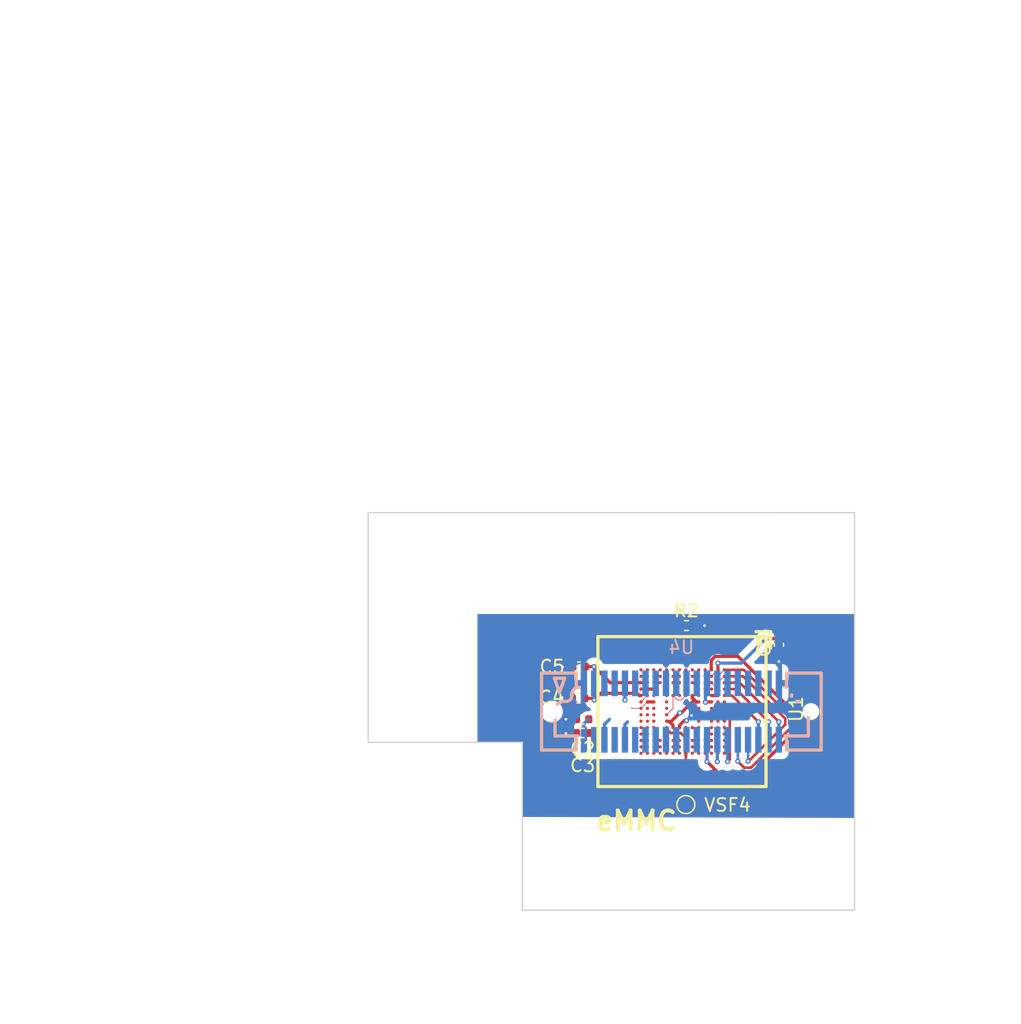
<source format=kicad_pcb>
(kicad_pcb (version 20221018) (generator pcbnew)
  (layers (0 "F.Cu" signal) (31 "B.Cu" signal) (34 "B.Paste" user) (35 "F.Paste" user) (36 "B.SilkS" user "B.Silkscreen") (37 "F.SilkS" user "F.Silkscreen") (38 "B.Mask" user) (39 "F.Mask" user) (44 "Edge.Cuts" user))
  (net 0 "")
  (net 1 "Net-(U1-DAT0)")
  (net 83 "GND")
  (net 84 "+1V8")
  (net 85 "+3.3V")
  (net 86 "Net-(U1-VDDI)")
  (net 87 "Net-(U1-RCLK)")
  (net 88 "Net-(U1-DAT1)")
  (net 89 "Net-(U1-DAT2)")
  (net 90 "Net-(U1-DAT3)")
  (net 91 "Net-(U1-DAT4)")
  (net 92 "Net-(U1-DAT5)")
  (net 93 "Net-(U1-DAT6)")
  (net 94 "Net-(U1-DAT7)")
  (net 97 "Net-(U1-VSF4)")
  (net 121 "unconnected-(U1-NC-PadC7)")
  (net 131 "Net-(U1-RESET)")
  (net 132 "Net-(U1-CMD)")
  (net 133 "Net-(U1-CLK)")
  (footprint "Capacitor_SMD:C_0402_1005Metric" (layer "F.Cu") (at 131.2 101.17 180)
    (fp_text reference "C3" (at 0 -2.53) (layer "F.SilkS"))
    (fp_text value "1uF")
    (fp_line (start -0.107836 -0.36) (end 0.107836 -0.36) (stroke (width 0.12)) (layer "F.SilkS"))
    (fp_line (start -0.107836 0.36) (end 0.107836 0.36) (stroke (width 0.12)) (layer "F.SilkS"))
    (pad "1" smd roundrect (at -0.48 0 180) (size 0.56 0.62) (layers "F.Cu" "F.Paste" "F.Mask") (net 85 "+3.3V"))
    (pad "2" smd roundrect (at 0.48 0 180) (size 0.56 0.62) (layers "F.Cu" "F.Paste" "F.Mask") (net 83 "GND"))
  )
  (footprint "Resistor_SMD:R_0402_1005Metric" (layer "F.Cu") (at 139.3 92.8)
    (fp_text reference "R2" (at 0 -1.17) (layer "F.SilkS"))
    (fp_text value "10KOhm")
    (fp_line (start -0.153641 -0.38) (end 0.153641 -0.38) (stroke (width 0.12)) (layer "F.SilkS"))
    (fp_line (start -0.153641 0.38) (end 0.153641 0.38) (stroke (width 0.12)) (layer "F.SilkS"))
    (pad "1" smd roundrect (at -0.51 0) (size 0.54 0.64) (layers "F.Cu" "F.Paste" "F.Mask") (net 87 "Net-(U1-RCLK)"))
    (pad "2" smd roundrect (at 0.51 0) (size 0.54 0.64) (layers "F.Cu" "F.Paste" "F.Mask") (net 83 "GND"))
  )
  (footprint "Capacitor_SMD:C_0402_1005Metric" (layer "F.Cu") (at 130.92 96 180)
    (fp_text reference "C5" (at 2.1 0) (layer "F.SilkS"))
    (fp_text value "100nF")
    (fp_line (start -0.107836 -0.36) (end 0.107836 -0.36) (stroke (width 0.12)) (layer "F.SilkS"))
    (fp_line (start -0.107836 0.36) (end 0.107836 0.36) (stroke (width 0.12)) (layer "F.SilkS"))
    (pad "1" smd roundrect (at -0.48 0 180) (size 0.56 0.62) (layers "F.Cu" "F.Paste" "F.Mask") (net 84 "+1V8"))
    (pad "2" smd roundrect (at 0.48 0 180) (size 0.56 0.62) (layers "F.Cu" "F.Paste" "F.Mask") (net 83 "GND"))
  )
  (footprint "Capacitor_SMD:C_0402_1005Metric" (layer "F.Cu") (at 131.2 100.1 180)
    (fp_text reference "C2" (at 0 -2.3) (layer "F.SilkS"))
    (fp_text value "4.7uF")
    (fp_line (start -0.107836 -0.36) (end 0.107836 -0.36) (stroke (width 0.12)) (layer "F.SilkS"))
    (fp_line (start -0.107836 0.36) (end 0.107836 0.36) (stroke (width 0.12)) (layer "F.SilkS"))
    (pad "1" smd roundrect (at -0.48 0 180) (size 0.56 0.62) (layers "F.Cu" "F.Paste" "F.Mask") (net 85 "+3.3V"))
    (pad "2" smd roundrect (at 0.48 0 180) (size 0.56 0.62) (layers "F.Cu" "F.Paste" "F.Mask") (net 83 "GND"))
  )
  (footprint "TestPoint:TestPoint_Pad_D1.0mm" (layer "F.Cu") (at 139.25 106.75)
    (fp_text reference "VSF4" (at 3.25 0.033332) (layer "F.SilkS"))
    (fp_text value "Conn_01x01_Female")
    (fp_circle (center 0 0) (end 0 0.7) (stroke (width 0.12)) (fill none) (layer "F.SilkS"))
    (pad "1" smd circle (at 0 0) (size 1 1) (layers "F.Cu" "F.Mask") (net 97 "Net-(U1-VSF4)"))
  )
  (footprint "Capacitor_SMD:C_0402_1005Metric" (layer "F.Cu") (at 130.88 98.47 180)
    (fp_text reference "C4" (at 2.1 0.07) (layer "F.SilkS"))
    (fp_text value "4.7uF")
    (fp_line (start -0.107836 -0.36) (end 0.107836 -0.36) (stroke (width 0.12)) (layer "F.SilkS"))
    (fp_line (start -0.107836 0.36) (end 0.107836 0.36) (stroke (width 0.12)) (layer "F.SilkS"))
    (pad "1" smd roundrect (at -0.48 0 180) (size 0.56 0.62) (layers "F.Cu" "F.Paste" "F.Mask") (net 84 "+1V8"))
    (pad "2" smd roundrect (at 0.48 0 180) (size 0.56 0.62) (layers "F.Cu" "F.Paste" "F.Mask") (net 83 "GND"))
  )
  (footprint "Capacitor_SMD:C_0402_1005Metric" (layer "F.Cu") (at 146.5 94.3 90)
    (fp_text reference "C1" (at 0 -1.16 90) (layer "F.SilkS"))
    (fp_text value "1uF")
    (fp_line (start -0.107836 -0.36) (end 0.107836 -0.36) (stroke (width 0.12)) (layer "F.SilkS"))
    (fp_line (start -0.107836 0.36) (end 0.107836 0.36) (stroke (width 0.12)) (layer "F.SilkS"))
    (pad "1" smd roundrect (at -0.48 0 90) (size 0.56 0.62) (layers "F.Cu" "F.Paste" "F.Mask") (net 83 "GND"))
    (pad "2" smd roundrect (at 0.48 0 90) (size 0.56 0.62) (layers "F.Cu" "F.Paste" "F.Mask") (net 86 "Net-(U1-VDDI)"))
  )
  (footprint "MyJLCFootprints2024:FBGA-153_L13.0-W11.5-P0.50_KLMAG1JETD-B041" (layer "F.Cu") (at 139 99.5 -90)
    (fp_text reference "U1" (at -0.189929 -8.858014 -90) (layer "F.SilkS"))
    (fp_text value "SDINBDG4-8G")
    (fp_line (start -6.223012 -6.858014) (end -6.223012 -5.715011) (stroke (width 0.254)) (layer "F.SilkS"))
    (fp_line (start -5.840869 -6.500025) (end 5.842012 -6.500025) (stroke (width 0.254)) (layer "F.SilkS"))
    (fp_line (start -5.840869 6.500025) (end -5.840869 -6.500025) (stroke (width 0.254)) (layer "F.SilkS"))
    (fp_line (start -5.840869 6.605156) (end 5.843155 6.605156) (stroke (width 0.254)) (layer "F.SilkS"))
    (fp_line (start -4.95301 -6.858014) (end -6.223012 -6.858014) (stroke (width 0.254)) (layer "F.SilkS"))
    (fp_line (start 5.842012 -6.500025) (end 5.842012 -5.078867) (stroke (width 0.254)) (layer "F.SilkS"))
    (fp_line (start 5.843155 6.605156) (end 5.843155 -5.078867) (stroke (width 0.254)) (layer "F.SilkS"))
    (fp_circle (center -5.749936 -6.5) (end -5.719964 -6.5) (stroke (width 0.059995)) (fill none) (layer "F.SilkS"))
    (fp_circle (center -5.333884 -5.968885) (end -5.206883 -5.968885) (stroke (width 0.254)) (fill none) (layer "F.SilkS"))
    (pad "A1" smd circle (at -3.250064 -3.250064 270) (size 0.250013 0.250013) (layers "F.Cu" "F.Paste" "F.Mask"))
    (pad "A2" smd circle (at -2.749936 -3.250064 270) (size 0.250013 0.250013) (layers "F.Cu" "F.Paste" "F.Mask"))
    (pad "A3" smd circle (at -2.250064 -3.250064 270) (size 0.250013 0.250013) (layers "F.Cu" "F.Paste" "F.Mask") (net 1 "Net-(U1-DAT0)"))
    (pad "A4" smd circle (at -1.749936 -3.250064 270) (size 0.250013 0.250013) (layers "F.Cu" "F.Paste" "F.Mask") (net 88 "Net-(U1-DAT1)"))
    (pad "A5" smd circle (at -1.250064 -3.250064 270) (size 0.250013 0.250013) (layers "F.Cu" "F.Paste" "F.Mask") (net 89 "Net-(U1-DAT2)"))
    (pad "A6" smd circle (at -0.749936 -3.250064 270) (size 0.250013 0.250013) (layers "F.Cu" "F.Paste" "F.Mask") (net 83 "GND"))
    (pad "A7" smd circle (at -0.250064 -3.250064 270) (size 0.250013 0.250013) (layers "F.Cu" "F.Paste" "F.Mask"))
    (pad "A8" smd circle (at 0.250064 -3.250064 270) (size 0.250013 0.250013) (layers "F.Cu" "F.Paste" "F.Mask"))
    (pad "A9" smd circle (at 0.749936 -3.250064 270) (size 0.250013 0.250013) (layers "F.Cu" "F.Paste" "F.Mask"))
    (pad "A10" smd circle (at 1.250064 -3.250064 270) (size 0.250013 0.250013) (layers "F.Cu" "F.Paste" "F.Mask"))
    (pad "A11" smd circle (at 1.749936 -3.250064 270) (size 0.250013 0.250013) (layers "F.Cu" "F.Paste" "F.Mask"))
    (pad "A12" smd circle (at 2.250064 -3.250064 270) (size 0.250013 0.250013) (layers "F.Cu" "F.Paste" "F.Mask"))
    (pad "A13" smd circle (at 2.749936 -3.250064 270) (size 0.250013 0.250013) (layers "F.Cu" "F.Paste" "F.Mask"))
    (pad "A14" smd circle (at 3.250064 -3.250064 270) (size 0.250013 0.250013) (layers "F.Cu" "F.Paste" "F.Mask"))
    (pad "B1" smd circle (at -3.250064 -2.749936 270) (size 0.250013 0.250013) (layers "F.Cu" "F.Paste" "F.Mask") (net 86 "Net-(U1-VDDI)"))
    (pad "B2" smd circle (at -2.749936 -2.749936 270) (size 0.250013 0.250013) (layers "F.Cu" "F.Paste" "F.Mask") (net 90 "Net-(U1-DAT3)"))
    (pad "B3" smd circle (at -2.250064 -2.749936 270) (size 0.250013 0.250013) (layers "F.Cu" "F.Paste" "F.Mask") (net 91 "Net-(U1-DAT4)"))
    (pad "B4" smd circle (at -1.749936 -2.749936 270) (size 0.250013 0.250013) (layers "F.Cu" "F.Paste" "F.Mask") (net 92 "Net-(U1-DAT5)"))
    (pad "B5" smd circle (at -1.250064 -2.749936 270) (size 0.250013 0.250013) (layers "F.Cu" "F.Paste" "F.Mask") (net 93 "Net-(U1-DAT6)"))
    (pad "B6" smd circle (at -0.749936 -2.749936 270) (size 0.250013 0.250013) (layers "F.Cu" "F.Paste" "F.Mask") (net 94 "Net-(U1-DAT7)"))
    (pad "B7" smd circle (at -0.250064 -2.749936 270) (size 0.250013 0.250013) (layers "F.Cu" "F.Paste" "F.Mask"))
    (pad "B8" smd circle (at 0.250064 -2.749936 270) (size 0.250013 0.250013) (layers "F.Cu" "F.Paste" "F.Mask"))
    (pad "B9" smd circle (at 0.749936 -2.749936 270) (size 0.250013 0.250013) (layers "F.Cu" "F.Paste" "F.Mask"))
    (pad "B10" smd circle (at 1.250064 -2.749936 270) (size 0.250013 0.250013) (layers "F.Cu" "F.Paste" "F.Mask"))
    (pad "B11" smd circle (at 1.749936 -2.749936 270) (size 0.250013 0.250013) (layers "F.Cu" "F.Paste" "F.Mask"))
    (pad "B12" smd circle (at 2.250064 -2.749936 270) (size 0.250013 0.250013) (layers "F.Cu" "F.Paste" "F.Mask"))
    (pad "B13" smd circle (at 2.749936 -2.749936 270) (size 0.250013 0.250013) (layers "F.Cu" "F.Paste" "F.Mask"))
    (pad "B14" smd circle (at 3.250064 -2.749936 270) (size 0.250013 0.250013) (layers "F.Cu" "F.Paste" "F.Mask"))
    (pad "C1" smd circle (at -3.250064 -2.250064 270) (size 0.250013 0.250013) (layers "F.Cu" "F.Paste" "F.Mask") (net 92 "Net-(U1-DAT5)"))
    (pad "C2" smd circle (at -2.749936 -2.250064 270) (size 0.250013 0.250013) (layers "F.Cu" "F.Paste" "F.Mask") (net 86 "Net-(U1-VDDI)"))
    (pad "C3" smd circle (at -2.250064 -2.250064 270) (size 0.250013 0.250013) (layers "F.Cu" "F.Paste" "F.Mask"))
    (pad "C4" smd circle (at -1.749936 -2.250064 270) (size 0.250013 0.250013) (layers "F.Cu" "F.Paste" "F.Mask") (net 83 "GND"))
    (pad "C5" smd circle (at -1.250064 -2.250064 270) (size 0.250013 0.250013) (layers "F.Cu" "F.Paste" "F.Mask") (net 93 "Net-(U1-DAT6)"))
    (pad "C6" smd circle (at -0.749936 -2.250064 270) (size 0.250013 0.250013) (layers "F.Cu" "F.Paste" "F.Mask") (net 84 "+1V8"))
    (pad "C7" smd circle (at -0.250064 -2.250064 270) (size 0.250013 0.250013) (layers "F.Cu" "F.Paste" "F.Mask") (net 121 "unconnected-(U1-NC-PadC7)"))
    (pad "C8" smd circle (at 0.250064 -2.250064 270) (size 0.250013 0.250013) (layers "F.Cu" "F.Paste" "F.Mask"))
    (pad "C9" smd circle (at 0.749936 -2.250064 270) (size 0.250013 0.250013) (layers "F.Cu" "F.Paste" "F.Mask"))
    (pad "C10" smd circle (at 1.250064 -2.250064 270) (size 0.250013 0.250013) (layers "F.Cu" "F.Paste" "F.Mask"))
    (pad "C11" smd circle (at 1.749936 -2.250064 270) (size 0.250013 0.250013) (layers "F.Cu" "F.Paste" "F.Mask"))
    (pad "C12" smd circle (at 2.250064 -2.250064 270) (size 0.250013 0.250013) (layers "F.Cu" "F.Paste" "F.Mask"))
    (pad "C13" smd circle (at 2.749936 -2.250064 270) (size 0.250013 0.250013) (layers "F.Cu" "F.Paste" "F.Mask"))
    (pad "C14" smd circle (at 3.250064 -2.250064 270) (size 0.250013 0.250013) (layers "F.Cu" "F.Paste" "F.Mask"))
    (pad "D1" smd circle (at -3.250064 -1.749936 270) (size 0.250013 0.250013) (layers "F.Cu" "F.Paste" "F.Mask"))
    (pad "D2" smd circle (at -2.749936 -1.749936 270) (size 0.250013 0.250013) (layers "F.Cu" "F.Paste" "F.Mask"))
    (pad "D3" smd circle (at -2.250064 -1.749936 270) (size 0.250013 0.250013) (layers "F.Cu" "F.Paste" "F.Mask"))
    (pad "D4" smd circle (at -1.749936 -1.749936 270) (size 0.250013 0.250013) (layers "F.Cu" "F.Paste" "F.Mask"))
    (pad "D12" smd circle (at 2.250064 -1.749936 270) (size 0.250013 0.250013) (layers "F.Cu" "F.Paste" "F.Mask"))
    (pad "D13" smd circle (at 2.749936 -1.749936 270) (size 0.250013 0.250013) (layers "F.Cu" "F.Paste" "F.Mask"))
    (pad "D14" smd circle (at 3.250064 -1.749936 270) (size 0.250013 0.250013) (layers "F.Cu" "F.Paste" "F.Mask"))
    (pad "E1" smd circle (at -3.250064 -1.250064 270) (size 0.250013 0.250013) (layers "F.Cu" "F.Paste" "F.Mask"))
    (pad "E2" smd circle (at -2.749936 -1.250064 270) (size 0.250013 0.250013) (layers "F.Cu" "F.Paste" "F.Mask"))
    (pad "E3" smd circle (at -2.250064 -1.250064 270) (size 0.250013 0.250013) (layers "F.Cu" "F.Paste" "F.Mask"))
    (pad "E5" smd circle (at -1.250064 -1.250064 270) (size 0.250013 0.250013) (layers "F.Cu" "F.Paste" "F.Mask"))
    (pad "E6" smd circle (at -0.749936 -1.250064 270) (size 0.250013 0.250013) (layers "F.Cu" "F.Paste" "F.Mask") (net 85 "+3.3V"))
    (pad "E7" smd circle (at -0.250064 -1.250064 270) (size 0.250013 0.250013) (layers "F.Cu" "F.Paste" "F.Mask") (net 83 "GND"))
    (pad "E8" smd circle (at 0.250064 -1.250064 270) (size 0.250013 0.250013) (layers "F.Cu" "F.Paste" "F.Mask"))
    (pad "E9" smd circle (at 0.749936 -1.250064 270) (size 0.250013 0.250013) (layers "F.Cu" "F.Paste" "F.Mask"))
    (pad "E10" smd circle (at 1.250064 -1.250064 270) (size 0.250013 0.250013) (layers "F.Cu" "F.Paste" "F.Mask"))
    (pad "E12" smd circle (at 2.250064 -1.250064 270) (size 0.250013 0.250013) (layers "F.Cu" "F.Paste" "F.Mask"))
    (pad "E13" smd circle (at 2.749936 -1.250064 270) (size 0.250013 0.250013) (layers "F.Cu" "F.Paste" "F.Mask"))
    (pad "E14" smd circle (at 3.250064 -1.250064 270) (size 0.250013 0.250013) (layers "F.Cu" "F.Paste" "F.Mask"))
    (pad "F1" smd circle (at -3.250064 -0.749936 270) (size 0.250013 0.250013) (layers "F.Cu" "F.Paste" "F.Mask"))
    (pad "F2" smd circle (at -2.749936 -0.749936 270) (size 0.250013 0.250013) (layers "F.Cu" "F.Paste" "F.Mask"))
    (pad "F3" smd circle (at -2.250064 -0.749936 270) (size 0.250013 0.250013) (layers "F.Cu" "F.Paste" "F.Mask"))
    (pad "F5" smd circle (at -1.250064 -0.749936 270) (size 0.250013 0.250013) (layers "F.Cu" "F.Paste" "F.Mask") (net 85 "+3.3V"))
    (pad "F10" smd circle (at 1.250064 -0.749936 270) (size 0.250013 0.250013) (layers "F.Cu" "F.Paste" "F.Mask"))
    (pad "F12" smd circle (at 2.250064 -0.749936 270) (size 0.250013 0.250013) (layers "F.Cu" "F.Paste" "F.Mask"))
    (pad "F13" smd circle (at 2.749936 -0.749936 270) (size 0.250013 0.250013) (layers "F.Cu" "F.Paste" "F.Mask"))
    (pad "F14" smd circle (at 3.250064 -0.749936 270) (size 0.250013 0.250013) (layers "F.Cu" "F.Paste" "F.Mask"))
    (pad "G1" smd circle (at -3.250064 -0.250064 270) (size 0.250013 0.250013) (layers "F.Cu" "F.Paste" "F.Mask"))
    (pad "G2" smd circle (at -2.749936 -0.250064 270) (size 0.250013 0.250013) (layers "F.Cu" "F.Paste" "F.Mask"))
    (pad "G3" smd circle (at -2.250064 -0.250064 270) (size 0.250013 0.250013) (layers "F.Cu" "F.Paste" "F.Mask"))
    (pad "G5" smd circle (at -1.250064 -0.250064 270) (size 0.250013 0.250013) (layers "F.Cu" "F.Paste" "F.Mask") (net 83 "GND"))
    (pad "G10" smd circle (at 1.250064 -0.250064 270) (size 0.250013 0.250013) (layers "F.Cu" "F.Paste" "F.Mask"))
    (pad "G12" smd circle (at 2.250064 -0.250064 270) (size 0.250013 0.250013) (layers "F.Cu" "F.Paste" "F.Mask"))
    (pad "G13" smd circle (at 2.749936 -0.250064 270) (size 0.250013 0.250013) (layers "F.Cu" "F.Paste" "F.Mask"))
    (pad "G14" smd circle (at 3.250064 -0.250064 270) (size 0.250013 0.250013) (layers "F.Cu" "F.Paste" "F.Mask"))
    (pad "H1" smd circle (at -3.250064 0.250064 270) (size 0.250013 0.250013) (layers "F.Cu" "F.Paste" "F.Mask"))
    (pad "H2" smd circle (at -2.749936 0.250064 270) (size 0.250013 0.250013) (layers "F.Cu" "F.Paste" "F.Mask"))
    (pad "H3" smd circle (at -2.250064 0.250064 270) (size 0.250013 0.250013) (layers "F.Cu" "F.Paste" "F.Mask"))
    (pad "H5" smd circle (at -1.250064 0.250064 270) (size 0.250013 0.250013) (layers "F.Cu" "F.Paste" "F.Mask") (net 87 "Net-(U1-RCLK)"))
    (pad "H10" smd circle (at 1.250064 0.250064 270) (size 0.250013 0.250013) (layers "F.Cu" "F.Paste" "F.Mask") (net 83 "GND"))
    (pad "H12" smd circle (at 2.250064 0.250064 270) (size 0.250013 0.250013) (layers "F.Cu" "F.Paste" "F.Mask"))
    (pad "H13" smd circle (at 2.749936 0.250064 270) (size 0.250013 0.250013) (layers "F.Cu" "F.Paste" "F.Mask"))
    (pad "H14" smd circle (at 3.250064 0.250064 270) (size 0.250013 0.250013) (layers "F.Cu" "F.Paste" "F.Mask"))
    (pad "J1" smd circle (at -3.250064 0.749936 270) (size 0.250013 0.250013) (layers "F.Cu" "F.Paste" "F.Mask"))
    (pad "J2" smd circle (at -2.749936 0.749936 270) (size 0.250013 0.250013) (layers "F.Cu" "F.Paste" "F.Mask"))
    (pad "J3" smd circle (at -2.250064 0.749936 270) (size 0.250013 0.250013) (layers "F.Cu" "F.Paste" "F.Mask"))
    (pad "J5" smd circle (at -1.250064 0.749936 270) (size 0.250013 0.250013) (layers "F.Cu" "F.Paste" "F.Mask") (net 83 "GND"))
    (pad "J10" smd circle (at 1.250064 0.749936 270) (size 0.250013 0.250013) (layers "F.Cu" "F.Paste" "F.Mask") (net 85 "+3.3V"))
    (pad "J12" smd circle (at 2.250064 0.749936 270) (size 0.250013 0.250013) (layers "F.Cu" "F.Paste" "F.Mask"))
    (pad "J13" smd circle (at 2.749936 0.749936 270) (size 0.250013 0.250013) (layers "F.Cu" "F.Paste" "F.Mask"))
    (pad "J14" smd circle (at 3.250064 0.749936 270) (size 0.250013 0.250013) (layers "F.Cu" "F.Paste" "F.Mask"))
    (pad "K1" smd circle (at -3.250064 1.250064 270) (size 0.250013 0.250013) (layers "F.Cu" "F.Paste" "F.Mask"))
    (pad "K2" smd circle (at -2.749936 1.250064 270) (size 0.250013 0.250013) (layers "F.Cu" "F.Paste" "F.Mask"))
    (pad "K3" smd circle (at -2.250064 1.250064 270) (size 0.250013 0.250013) (layers "F.Cu" "F.Paste" "F.Mask"))
    (pad "K5" smd circle (at -1.250064 1.250064 270) (size 0.250013 0.250013) (layers "F.Cu" "F.Paste" "F.Mask") (net 131 "Net-(U1-RESET)"))
    (pad "K6" smd circle (at -0.749936 1.250064 270) (size 0.250013 0.250013) (layers "F.Cu" "F.Paste" "F.Mask"))
    (pad "K7" smd circle (at -0.250064 1.250064 270) (size 0.250013 0.250013) (layers "F.Cu" "F.Paste" "F.Mask"))
    (pad "K8" smd circle (at 0.250064 1.250064 270) (size 0.250013 0.250013) (layers "F.Cu" "F.Paste" "F.Mask") (net 83 "GND"))
    (pad "K9" smd circle (at 0.749936 1.250064 270) (size 0.250013 0.250013) (layers "F.Cu" "F.Paste" "F.Mask") (net 85 "+3.3V"))
    (pad "K10" smd circle (at 1.250064 1.250064 270) (size 0.250013 0.250013) (layers "F.Cu" "F.Paste" "F.Mask") (net 97 "Net-(U1-VSF4)"))
    (pad "K12" smd circle (at 2.250064 1.250064 270) (size 0.250013 0.250013) (layers "F.Cu" "F.Paste" "F.Mask"))
    (pad "K13" smd circle (at 2.749936 1.250064 270) (size 0.250013 0.250013) (layers "F.Cu" "F.Paste" "F.Mask"))
    (pad "K14" smd circle (at 3.250064 1.250064 270) (size 0.250013 0.250013) (layers "F.Cu" "F.Paste" "F.Mask"))
    (pad "L1" smd circle (at -3.250064 1.749936 270) (size 0.250013 0.250013) (layers "F.Cu" "F.Paste" "F.Mask"))
    (pad "L2" smd circle (at -2.749936 1.749936 270) (size 0.250013 0.250013) (layers "F.Cu" "F.Paste" "F.Mask"))
    (pad "L3" smd circle (at -2.250064 1.749936 270) (size 0.250013 0.250013) (layers "F.Cu" "F.Paste" "F.Mask"))
    (pad "L12" smd circle (at 2.250064 1.749936 270) (size 0.250013 0.250013) (layers "F.Cu" "F.Paste" "F.Mask"))
    (pad "L13" smd circle (at 2.749936 1.749936 270) (size 0.250013 0.250013) (layers "F.Cu" "F.Paste" "F.Mask"))
    (pad "L14" smd circle (at 3.250064 1.749936 270) (size 0.250013 0.250013) (layers "F.Cu" "F.Paste" "F.Mask"))
    (pad "M1" smd circle (at -3.250064 2.250064 270) (size 0.250013 0.250013) (layers "F.Cu" "F.Paste" "F.Mask"))
    (pad "M2" smd circle (at -2.749936 2.250064 270) (size 0.250013 0.250013) (layers "F.Cu" "F.Paste" "F.Mask"))
    (pad "M3" smd circle (at -2.250064 2.250064 270) (size 0.250013 0.250013) (layers "F.Cu" "F.Paste" "F.Mask"))
    (pad "M4" smd circle (at -1.749936 2.250064 270) (size 0.250013 0.250013) (layers "F.Cu" "F.Paste" "F.Mask") (net 84 "+1V8"))
    (pad "M5" smd circle (at -1.250064 2.250064 270) (size 0.250013 0.250013) (layers "F.Cu" "F.Paste" "F.Mask") (net 132 "Net-(U1-CMD)"))
    (pad "M6" smd circle (at -0.749936 2.250064 270) (size 0.250013 0.250013) (layers "F.Cu" "F.Paste" "F.Mask") (net 133 "Net-(U1-CLK)"))
    (pad "M7" smd circle (at -0.250064 2.250064 270) (size 0.250013 0.250013) (layers "F.Cu" "F.Paste" "F.Mask"))
    (pad "M8" smd circle (at 0.250064 2.250064 270) (size 0.250013 0.250013) (layers "F.Cu" "F.Paste" "F.Mask"))
    (pad "M9" smd circle (at 0.749936 2.250064 270) (size 0.250013 0.250013) (layers "F.Cu" "F.Paste" "F.Mask"))
    (pad "M10" smd circle (at 1.250064 2.250064 270) (size 0.250013 0.250013) (layers "F.Cu" "F.Paste" "F.Mask"))
    (pad "M11" smd circle (at 1.749936 2.250064 270) (size 0.250013 0.250013) (layers "F.Cu" "F.Paste" "F.Mask"))
    (pad "M12" smd circle (at 2.250064 2.250064 270) (size 0.250013 0.250013) (layers "F.Cu" "F.Paste" "F.Mask"))
    (pad "M13" smd circle (at 2.749936 2.250064 270) (size 0.250013 0.250013) (layers "F.Cu" "F.Paste" "F.Mask"))
    (pad "M14" smd circle (at 3.250064 2.250064 270) (size 0.250013 0.250013) (layers "F.Cu" "F.Paste" "F.Mask"))
    (pad "N1" smd circle (at -3.250064 2.749936 270) (size 0.250013 0.250013) (layers "F.Cu" "F.Paste" "F.Mask"))
    (pad "N2" smd circle (at -2.749936 2.749936 270) (size 0.250013 0.250013) (layers "F.Cu" "F.Paste" "F.Mask") (net 83 "GND"))
    (pad "N3" smd circle (at -2.250064 2.749936 270) (size 0.250013 0.250013) (layers "F.Cu" "F.Paste" "F.Mask"))
    (pad "N4" smd circle (at -1.749936 2.749936 270) (size 0.250013 0.250013) (layers "F.Cu" "F.Paste" "F.Mask") (net 84 "+1V8"))
    (pad "N5" smd circle (at -1.250064 2.749936 270) (size 0.250013 0.250013) (layers "F.Cu" "F.Paste" "F.Mask") (net 83 "GND"))
    (pad "N6" smd circle (at -0.749936 2.749936 270) (size 0.250013 0.250013) (layers "F.Cu" "F.Paste" "F.Mask"))
    (pad "N7" smd circle (at -0.250064 2.749936 270) (size 0.250013 0.250013) (layers "F.Cu" "F.Paste" "F.Mask"))
    (pad "N8" smd circle (at 0.250064 2.749936 270) (size 0.250013 0.250013) (layers "F.Cu" "F.Paste" "F.Mask"))
    (pad "N9" smd circle (at 0.749936 2.749936 270) (size 0.250013 0.250013) (layers "F.Cu" "F.Paste" "F.Mask"))
    (pad "N10" smd circle (at 1.250064 2.749936 270) (size 0.250013 0.250013) (layers "F.Cu" "F.Paste" "F.Mask"))
    (pad "N11" smd circle (at 1.749936 2.749936 270) (size 0.250013 0.250013) (layers "F.Cu" "F.Paste" "F.Mask"))
    (pad "N12" smd circle (at 2.250064 2.749936 270) (size 0.250013 0.250013) (layers "F.Cu" "F.Paste" "F.Mask"))
    (pad "N13" smd circle (at 2.749936 2.749936 270) (size 0.250013 0.250013) (layers "F.Cu" "F.Paste" "F.Mask"))
    (pad "N14" smd circle (at 3.250064 2.749936 270) (size 0.250013 0.250013) (layers "F.Cu" "F.Paste" "F.Mask"))
    (pad "P1" smd circle (at -3.250064 3.250064 270) (size 0.250013 0.250013) (layers "F.Cu" "F.Paste" "F.Mask"))
    (pad "P2" smd circle (at -2.749936 3.250064 270) (size 0.250013 0.250013) (layers "F.Cu" "F.Paste" "F.Mask"))
    (pad "P3" smd circle (at -2.250064 3.250064 270) (size 0.250013 0.250013) (layers "F.Cu" "F.Paste" "F.Mask") (net 84 "+1V8"))
    (pad "P4" smd circle (at -1.749936 3.250064 270) (size 0.250013 0.250013) (layers "F.Cu" "F.Paste" "F.Mask") (net 83 "GND"))
    (pad "P5" smd circle (at -1.250064 3.250064 270) (size 0.250013 0.250013) (layers "F.Cu" "F.Paste" "F.Mask") (net 84 "+1V8"))
    (pad "P6" smd circle (at -0.749936 3.250064 270) (size 0.250013 0.250013) (layers "F.Cu" "F.Paste" "F.Mask") (net 83 "GND"))
    (pad "P7" smd circle (at -0.250064 3.250064 270) (size 0.250013 0.250013) (layers "F.Cu" "F.Paste" "F.Mask"))
    (pad "P8" smd circle (at 0.250064 3.250064 270) (size 0.250013 0.250013) (layers "F.Cu" "F.Paste" "F.Mask"))
    (pad "P9" smd circle (at 0.749936 3.250064 270) (size 0.250013 0.250013) (layers "F.Cu" "F.Paste" "F.Mask"))
    (pad "P10" smd circle (at 1.250064 3.250064 270) (size 0.250013 0.250013) (layers "F.Cu" "F.Paste" "F.Mask"))
    (pad "P11" smd circle (at 1.749936 3.250064 270) (size 0.250013 0.250013) (layers "F.Cu" "F.Paste" "F.Mask"))
    (pad "P12" smd circle (at 2.250064 3.250064 270) (size 0.250013 0.250013) (layers "F.Cu" "F.Paste" "F.Mask"))
    (pad "P13" smd circle (at 2.749936 3.250064 270) (size 0.250013 0.250013) (layers "F.Cu" "F.Paste" "F.Mask"))
    (pad "P14" smd circle (at 3.250064 3.250064 270) (size 0.250013 0.250013) (layers "F.Cu" "F.Paste" "F.Mask"))
  )
  (footprint "MyJLCFootprints2024:CONN-SMD_61082-041400LF" (layer "B.Cu") (at 138.899771 99.500025 180)
    (fp_text reference "U4" (at -0.000127 5.001549) (layer "B.SilkS") (effects (justify mirror)))
    (fp_text value "61082-041400LF")
    (fp_line (start -10.900152 -2.999873) (end -8.200152 -2.999873) (stroke (width 0.254)) (layer "B.SilkS"))
    (fp_line (start -10.900152 3.000127) (end -8.200152 3.000127) (stroke (width 0.254)) (layer "B.SilkS"))
    (fp_line (start -10.898832 -2.998451) (end -10.898832 3.001549) (stroke (width 0.254)) (layer "B.SilkS"))
    (fp_line (start -9.900152 -1.899873) (end -8.081356 -1.899873) (stroke (width 0.254)) (layer "B.SilkS"))
    (fp_line (start -9.900152 0.100127) (end -9.900152 -1.899873) (stroke (width 0.254)) (layer "B.SilkS"))
    (fp_line (start -9.000152 0.800127) (end -9.200152 0.800127) (stroke (width 0.254)) (layer "B.SilkS"))
    (fp_line (start -8.600152 1.300127) (end -8.600152 1.200127) (stroke (width 0.254)) (layer "B.SilkS"))
    (fp_line (start -8.200152 -2.999873) (end -8.200152 -1.899873) (stroke (width 0.254)) (layer "B.SilkS"))
    (fp_line (start -8.200152 3.000127) (end -8.200152 1.900127) (stroke (width 0.254)) (layer "B.SilkS"))
    (fp_line (start -8.100152 1.900127) (end -8.081356 1.900127) (stroke (width 0.254)) (layer "B.SilkS"))
    (fp_line (start 8.080975 -1.899873) (end 9.849835 -1.899873) (stroke (width 0.254)) (layer "B.SilkS"))
    (fp_line (start 8.081102 1.900127) (end 8.199898 1.900127) (stroke (width 0.254)) (layer "B.SilkS"))
    (fp_line (start 8.199898 -2.999873) (end 8.199898 -1.899873) (stroke (width 0.254)) (layer "B.SilkS"))
    (fp_line (start 8.199898 3.000127) (end 8.199898 1.900127) (stroke (width 0.254)) (layer "B.SilkS"))
    (fp_line (start 8.549835 1.300127) (end 8.549835 1.200127) (stroke (width 0.254)) (layer "B.SilkS"))
    (fp_line (start 8.949835 0.800127) (end 9.149835 0.800127) (stroke (width 0.254)) (layer "B.SilkS"))
    (fp_line (start 9.099898 2.600127) (end 9.899898 2.600127) (stroke (width 0.254)) (layer "B.SilkS"))
    (fp_line (start 9.499898 1.500127) (end 9.099898 2.600127) (stroke (width 0.254)) (layer "B.SilkS"))
    (fp_line (start 9.849835 0.100127) (end 9.849835 -1.899873) (stroke (width 0.254)) (layer "B.SilkS"))
    (fp_line (start 9.899898 2.600127) (end 9.499898 1.500127) (stroke (width 0.254)) (layer "B.SilkS"))
    (fp_line (start 10.899873 3.000127) (end 10.899873 -2.999873) (stroke (width 0.254)) (layer "B.SilkS"))
    (fp_line (start 10.899898 -2.999873) (end 8.199898 -2.999873) (stroke (width 0.254)) (layer "B.SilkS"))
    (fp_line (start 10.899898 3.000127) (end 8.199898 3.000127) (stroke (width 0.254)) (layer "B.SilkS"))
    (fp_arc (start 8.549835 1.200127) (mid 8.666985 0.917279) (end 8.949835 0.800127) (stroke (width 0.254)) (layer "B.SilkS"))
    (fp_arc (start 8.549835 1.300127) (mid 8.374092 1.724386) (end 7.949835 1.900127) (stroke (width 0.254)) (layer "B.SilkS"))
    (fp_arc (start 9.849835 0.100127) (mid 9.644802 0.595097) (end 9.149835 0.800127) (stroke (width 0.254)) (layer "B.SilkS"))
    (fp_circle (center 10.899975 3) (end 10.929972 3) (stroke (width 0.059995)) (fill none) (layer "B.SilkS"))
    (pad "" np_thru_hole circle (at -10.100203 0.000127 180) (size 0.8 0.8) (drill 0.8) (layers "*.Cu" "*.Mask"))
    (pad "" np_thru_hole circle (at 10.099949 0.000127 180) (size 1.2 1.2) (drill 1.2) (layers "*.Cu" "*.Mask"))
    (pad "1" smd rect (at 7.600076 2.200025 180) (size 0.5 2) (layers "B.Cu" "B.Paste" "B.Mask") (net 83 "GND"))
    (pad "2" smd rect (at 7.599822 -2.199771 180) (size 0.5 2) (layers "B.Cu" "B.Paste" "B.Mask") (net 131 "Net-(U1-RESET)"))
    (pad "3" smd rect (at 6.799975 2.200025 180) (size 0.5 2) (layers "B.Cu" "B.Paste" "B.Mask") (net 84 "+1V8"))
    (pad "4" smd rect (at 6.799975 -2.200025 180) (size 0.5 2) (layers "B.Cu" "B.Paste" "B.Mask"))
    (pad "5" smd rect (at 5.999873 2.200025 180) (size 0.5 2) (layers "B.Cu" "B.Paste" "B.Mask"))
    (pad "6" smd rect (at 5.999873 -2.200025 180) (size 0.5 2) (layers "B.Cu" "B.Paste" "B.Mask") (net 133 "Net-(U1-CLK)"))
    (pad "7" smd rect (at 5.199771 2.200025 180) (size 0.5 2) (layers "B.Cu" "B.Paste" "B.Mask"))
    (pad "8" smd rect (at 5.199771 -2.200025 180) (size 0.5 2) (layers "B.Cu" "B.Paste" "B.Mask"))
    (pad "9" smd rect (at 4.399924 2.200025 180) (size 0.5 2) (layers "B.Cu" "B.Paste" "B.Mask") (net 85 "+3.3V"))
    (pad "10" smd rect (at 4.399924 -2.200025 180) (size 0.5 2) (layers "B.Cu" "B.Paste" "B.Mask") (net 132 "Net-(U1-CMD)"))
    (pad "11" smd rect (at 3.599822 2.200025 180) (size 0.5 2) (layers "B.Cu" "B.Paste" "B.Mask"))
    (pad "12" smd rect (at 3.599822 -2.200025 180) (size 0.5 2) (layers "B.Cu" "B.Paste" "B.Mask"))
    (pad "13" smd rect (at 2.799721 2.200025 180) (size 0.5 2) (layers "B.Cu" "B.Paste" "B.Mask"))
    (pad "14" smd rect (at 2.799721 -2.200025 180) (size 0.5 2) (layers "B.Cu" "B.Paste" "B.Mask"))
    (pad "15" smd rect (at 1.999873 2.200025 180) (size 0.5 2) (layers "B.Cu" "B.Paste" "B.Mask"))
    (pad "16" smd rect (at 1.999873 -2.200025 180) (size 0.5 2) (layers "B.Cu" "B.Paste" "B.Mask"))
    (pad "17" smd rect (at 1.199771 2.200025 180) (size 0.5 2) (layers "B.Cu" "B.Paste" "B.Mask") (net 83 "GND"))
    (pad "18" smd rect (at 1.199771 -2.200025 180) (size 0.5 2) (layers "B.Cu" "B.Paste" "B.Mask"))
    (pad "19" smd rect (at 0.399924 2.200025 180) (size 0.5 2) (layers "B.Cu" "B.Paste" "B.Mask"))
    (pad "20" smd rect (at 0.399924 -2.200025 180) (size 0.5 2) (layers "B.Cu" "B.Paste" "B.Mask"))
    (pad "21" smd rect (at -0.400178 2.200025 180) (size 0.5 2) (layers "B.Cu" "B.Paste" "B.Mask") (net 83 "GND"))
    (pad "22" smd rect (at -0.400178 -2.200025 180) (size 0.5 2) (layers "B.Cu" "B.Paste" "B.Mask"))
    (pad "23" smd rect (at -1.200279 2.200025 180) (size 0.5 2) (layers "B.Cu" "B.Paste" "B.Mask"))
    (pad "24" smd rect (at -1.200279 -2.200025 180) (size 0.5 2) (layers "B.Cu" "B.Paste" "B.Mask"))
    (pad "25" smd rect (at -2.000127 2.200025 180) (size 0.5 2) (layers "B.Cu" "B.Paste" "B.Mask") (net 84 "+1V8"))
    (pad "26" smd rect (at -2.000127 -2.200025 180) (size 0.5 2) (layers "B.Cu" "B.Paste" "B.Mask") (net 92 "Net-(U1-DAT5)"))
    (pad "27" smd rect (at -2.800229 2.200025 180) (size 0.5 2) (layers "B.Cu" "B.Paste" "B.Mask"))
    (pad "28" smd rect (at -2.800229 -2.200025 180) (size 0.5 2) (layers "B.Cu" "B.Paste" "B.Mask") (net 93 "Net-(U1-DAT6)"))
    (pad "29" smd rect (at -3.600076 2.200025 180) (size 0.5 2) (layers "B.Cu" "B.Paste" "B.Mask"))
    (pad "30" smd rect (at -3.600076 -2.200025 180) (size 0.5 2) (layers "B.Cu" "B.Paste" "B.Mask") (net 94 "Net-(U1-DAT7)"))
    (pad "31" smd rect (at -4.400178 2.200025 180) (size 0.5 2) (layers "B.Cu" "B.Paste" "B.Mask"))
    (pad "32" smd rect (at -4.400178 -2.200025 180) (size 0.5 2) (layers "B.Cu" "B.Paste" "B.Mask") (net 90 "Net-(U1-DAT3)"))
    (pad "33" smd rect (at -5.200279 2.200025 180) (size 0.5 2) (layers "B.Cu" "B.Paste" "B.Mask"))
    (pad "34" smd rect (at -5.200279 -2.200025 180) (size 0.5 2) (layers "B.Cu" "B.Paste" "B.Mask") (net 91 "Net-(U1-DAT4)"))
    (pad "35" smd rect (at -6.000127 2.200025 180) (size 0.5 2) (layers "B.Cu" "B.Paste" "B.Mask"))
    (pad "36" smd rect (at -6.000127 -2.200025 180) (size 0.5 2) (layers "B.Cu" "B.Paste" "B.Mask") (net 89 "Net-(U1-DAT2)"))
    (pad "37" smd rect (at -6.800229 2.200025 180) (size 0.5 2) (layers "B.Cu" "B.Paste" "B.Mask"))
    (pad "38" smd rect (at -6.800229 -2.200025 180) (size 0.5 2) (layers "B.Cu" "B.Paste" "B.Mask") (net 88 "Net-(U1-DAT1)"))
    (pad "39" smd rect (at -7.600076 2.200025 180) (size 0.5 2) (layers "B.Cu" "B.Paste" "B.Mask") (net 83 "GND"))
    (pad "40" smd rect (at -7.600076 -2.200025 180) (size 0.5 2) (layers "B.Cu" "B.Paste" "B.Mask") (net 1 "Net-(U1-DAT0)"))
  )
  (gr_line (start 126.5 101.9) (end 126.5 114.975) (stroke (width 0.1)) (layer "Edge.Cuts"))
  (gr_line (start 138.425 84) (end 114.48 84) (stroke (width 0.1)) (layer "Edge.Cuts"))
  (gr_line (start 114.48 84) (end 114.48 101.9) (stroke (width 0.1)) (layer "Edge.Cuts"))
  (gr_line (start 152.4 114.975) (end 152.4 84.001) (stroke (width 0.1)) (layer "Edge.Cuts"))
  (gr_line (start 152.4 84.001) (end 138.43 83.999) (stroke (width 0.1)) (layer "Edge.Cuts"))
  (gr_line (start 114.48 101.9) (end 126.5 101.9) (stroke (width 0.1)) (layer "Edge.Cuts"))
  (gr_line (start 126.5 114.975) (end 152.4 114.975) (stroke (width 0.1)) (layer "Edge.Cuts"))
  (gr_text "eMMC" (at 132.1 108.9) (layer "F.SilkS") (effects (font (size 1.5 1.5) (thickness 0.3) bold) (justify left bottom)))
  (segment (start 146.5 100.3) (end 143.449936 97.249936) (width 0.2) (layer "F.Cu") (net 1))
  (segment (start 143.449936 97.249936) (end 142.250064 97.249936) (width 0.2) (layer "F.Cu") (net 1))
  (via (at 146.5 100.3) (size 0.4) (drill 0.2) (layers "F.Cu" "B.Cu") (net 1))
  (segment (start 146.5 101.699897) (end 146.499847 101.70005) (width 0.25) (layer "B.Cu") (net 1))
  (segment (start 146.5 100.3) (end 146.5 101.699897) (width 0.25) (layer "B.Cu") (net 1))
  (segment (start 139.123215 100.2) (end 139.3 100.2) (width 0.25) (layer "F.Cu") (net 83))
  (segment (start 129.6 98.4) (end 130.49 98.4) (width 0.25) (layer "F.Cu") (net 83))
  (segment (start 146.5 94.78) (end 146.5 95.6) (width 0.25) (layer "F.Cu") (net 83))
  (segment (start 139.81 92.8) (end 140.7 92.8) (width 0.25) (layer "F.Cu") (net 83))
  (segment (start 138.749936 100.573279) (end 139.123215 100.2) (width 0.25) (layer "F.Cu") (net 83))
  (segment (start 138.60007 98.599942) (end 138.900058 98.599942) (width 0.05) (layer "F.Cu") (net 83))
  (segment (start 129.9 101.2) (end 130.69 101.2) (width 0.25) (layer "F.Cu") (net 83))
  (segment (start 139.7 99.8) (end 139.7 99.663723) (width 0.25) (layer "F.Cu") (net 83))
  (segment (start 137.749936 99.750064) (end 138.250064 99.249936) (width 0.05) (layer "F.Cu") (net 83))
  (segment (start 136.250064 98.249936) (end 135.749936 98.750064) (width 0.05) (layer "F.Cu") (net 83))
  (segment (start 130.69 101.2) (end 130.72 101.17) (width 0.25) (layer "F.Cu") (net 83))
  (segment (start 138.250064 98.249936) (end 138.60007 98.599942) (width 0.05) (layer "F.Cu") (net 83))
  (segment (start 129.9 100.1) (end 130.72 100.1) (width 0.25) (layer "F.Cu") (net 83))
  (segment (start 135.749872 98.75) (end 135.749936 98.750064) (width 0.25) (layer "F.Cu") (net 83))
  (segment (start 138.250064 99.249936) (end 138.250064 98.249936) (width 0.05) (layer "F.Cu") (net 83))
  (segment (start 135.749872 97.75) (end 135.749936 97.750064) (width 0.25) (layer "F.Cu") (net 83))
  (segment (start 138.749936 100.750064) (end 138.749936 100.573279) (width 0.25) (layer "F.Cu") (net 83))
  (segment (start 129.64 96) (end 130.56 96) (width 0.25) (layer "F.Cu") (net 83))
  (segment (start 139.7 99.663723) (end 140.113787 99.249936) (width 0.25) (layer "F.Cu") (net 83))
  (segment (start 138.900058 98.599942) (end 139.250064 98.249936) (width 0.05) (layer "F.Cu") (net 83))
  (segment (start 140.113787 99.249936) (end 140.250064 99.249936) (width 0.25) (layer "F.Cu") (net 83))
  (via (at 139.3 100.2) (size 0.4) (drill 0.2) (layers "F.Cu" "B.Cu") (net 83))
  (via (at 129.64 96) (size 0.4) (drill 0.2) (layers "F.Cu" "B.Cu") (net 83))
  (via (at 140.7 92.8) (size 0.4) (drill 0.2) (layers "F.Cu" "B.Cu") (net 83))
  (via (at 129.9 101.2) (size 0.4) (drill 0.2) (layers "F.Cu" "B.Cu") (net 83))
  (via (at 146.5 95.6) (size 0.4) (drill 0.2) (layers "F.Cu" "B.Cu") (net 83))
  (via (at 129.6 98.4) (size 0.4) (drill 0.2) (layers "F.Cu" "B.Cu") (net 83))
  (via (at 129.9 100.1) (size 0.4) (drill 0.2) (layers "F.Cu" "B.Cu") (net 83))
  (via (at 139.7 99.8) (size 0.4) (drill 0.2) (layers "F.Cu" "B.Cu") (net 83))
  (segment (start 131.36 98.47) (end 131.97 98.47) (width 0.25) (layer "F.Cu") (net 84))
  (segment (start 141.25 98.75) (end 141.250064 98.750064) (width 0.15) (layer "F.Cu") (net 84))
  (segment (start 135.749936 98.249936) (end 136.249808 97.750064) (width 0.05) (layer "F.Cu") (net 84))
  (segment (start 132.1 98.6) (end 132.625 98.075) (width 0.25) (layer "F.Cu") (net 84))
  (segment (start 131.4 96) (end 132.1 96) (width 0.25) (layer "F.Cu") (net 84))
  (segment (start 136.249808 97.750064) (end 136.250064 97.750064) (width 0.05) (layer "F.Cu") (net 84))
  (segment (start 136.250064 97.750064) (end 135.749936 97.249936) (width 0.05) (layer "F.Cu") (net 84))
  (segment (start 140.775064 98.750064) (end 140.775 98.75) (width 0.25) (layer "F.Cu") (net 84))
  (segment (start 135.438468 98.075) (end 135.613404 98.249936) (width 0.25) (layer "F.Cu") (net 84))
  (segment (start 141.250064 98.750064) (end 140.775064 98.750064) (width 0.25) (layer "F.Cu") (net 84))
  (segment (start 132.625 98.075) (end 135.438468 98.075) (width 0.25) (layer "F.Cu") (net 84))
  (segment (start 131.97 98.47) (end 132.1 98.6) (width 0.25) (layer "F.Cu") (net 84))
  (segment (start 136.250064 97.750064) (end 136.749936 97.750064) (width 0.25) (layer "F.Cu") (net 84))
  (segment (start 132.1 96) (end 133.349936 97.249936) (width 0.25) (layer "F.Cu") (net 84))
  (segment (start 135.613404 98.249936) (end 135.749936 98.249936) (width 0.25) (layer "F.Cu") (net 84))
  (segment (start 133.349936 97.249936) (end 135.749936 97.249936) (width 0.25) (layer "F.Cu") (net 84))
  (via (at 132.1 96) (size 0.4) (drill 0.2) (layers "F.Cu" "B.Cu") (net 84))
  (via (at 132.1 98.6) (size 0.4) (drill 0.2) (layers "F.Cu" "B.Cu") (net 84))
  (via (at 140.775 98.775) (size 0.4) (drill 0.2) (layers "F.Cu" "B.Cu") (net 84))
  (segment (start 140.775 98.75) (end 140.775 97.424898) (width 0.25) (layer "B.Cu") (net 84))
  (segment (start 132.099796 96.000204) (end 132.1 96) (width 0.25) (layer "B.Cu") (net 84))
  (segment (start 132.099796 98.599796) (end 132.1 98.6) (width 0.25) (layer "B.Cu") (net 84))
  (segment (start 140.775 97.424898) (end 140.899898 97.3) (width 0.25) (layer "B.Cu") (net 84))
  (segment (start 132.099796 97.3) (end 132.099796 98.599796) (width 0.25) (layer "B.Cu") (net 84))
  (segment (start 132.099796 97.3) (end 132.099796 96.000204) (width 0.25) (layer "B.Cu") (net 84))
  (segment (start 137.749936 100.249936) (end 137.926721 100.249936) (width 0.25) (layer "F.Cu") (net 85))
  (segment (start 138.250064 100.573279) (end 138.250064 100.750064) (width 0.25) (layer "F.Cu") (net 85))
  (segment (start 139.749936 98.249936) (end 139.749936 98.426721) (width 0.25) (layer "F.Cu") (net 85))
  (segment (start 139.749936 98.426721) (end 139.911607 98.588393) (width 0.25) (layer "F.Cu") (net 85))
  (segment (start 138.775475 99.6) (end 138.9 99.6) (width 0.25) (layer "F.Cu") (net 85))
  (segment (start 137.963392 100.286608) (end 138.250064 100.573279) (width 0.25) (layer "F.Cu") (net 85))
  (segment (start 139.911607 98.588393) (end 140.073279 98.750064) (width 0.25) (layer "F.Cu") (net 85))
  (segment (start 140.073279 98.750064) (end 140.250064 98.750064) (width 0.25) (layer "F.Cu") (net 85))
  (segment (start 137.926721 100.249936) (end 137.963392 100.286608) (width 0.25) (layer "F.Cu") (net 85))
  (segment (start 138.088867 100.286608) (end 137.963392 100.286608) (width 0.25) (layer "F.Cu") (net 85))
  (segment (start 138.9 99.6) (end 139.911607 98.588393) (width 0.25) (layer "F.Cu") (net 85))
  (segment (start 138.775475 99.6) (end 138.088867 100.286608) (width 0.25) (layer "F.Cu") (net 85))
  (via (at 134.5 98.6) (size 0.4) (drill 0.2) (layers "F.Cu" "B.Cu") (net 85))
  (via (at 138.775475 99.6) (size 0.4) (drill 0.2) (layers "F.Cu" "B.Cu") (net 85))
  (segment (start 134.499847 98.599847) (end 134.5 98.6) (width 0.25) (layer "B.Cu") (net 85))
  (segment (start 134.499847 97.3) (end 134.499847 98.599847) (width 0.25) (layer "B.Cu") (net 85))
  (segment (start 145.475 93.825) (end 146.495 93.825) (width 0.25) (layer "F.Cu") (net 86))
  (segment (start 141.749936 95.725518) (end 141.750026 95.725428) (width 0.25) (layer "F.Cu") (net 86))
  (segment (start 141.250064 96.750064) (end 141.749936 96.250192) (width 0.05) (layer "F.Cu") (net 86))
  (segment (start 146.495 93.825) (end 146.5 93.82) (width 0.25) (layer "F.Cu") (net 86))
  (segment (start 141.749936 96.249936) (end 141.749936 95.725518) (width 0.25) (layer "F.Cu") (net 86))
  (segment (start 141.749936 96.250192) (end 141.749936 96.249936) (width 0.05) (layer "F.Cu") (net 86))
  (via (at 145.475 93.825) (size 0.4) (drill 0.2) (layers "F.Cu" "B.Cu") (net 86))
  (via (at 141.750026 95.725428) (size 0.4) (drill 0.2) (layers "F.Cu" "B.Cu") (net 86))
  (segment (start 143.574572 95.725428) (end 145.475 93.825) (width 0.25) (layer "B.Cu") (net 86))
  (segment (start 141.750026 95.725428) (end 143.574572 95.725428) (width 0.25) (layer "B.Cu") (net 86))
  (segment (start 143.150064 97.750064) (end 142.250064 97.750064) (width 0.2) (layer "F.Cu") (net 88))
  (segment (start 145.7 100.3) (end 143.150064 97.750064) (width 0.2) (layer "F.Cu") (net 88))
  (via (at 145.7 100.3) (size 0.4) (drill 0.2) (layers "F.Cu" "B.Cu") (net 88))
  (segment (start 145.7 100.3) (end 145.7 101.70005) (width 0.25) (layer "B.Cu") (net 88))
  (segment (start 142.849936 98.249936) (end 142.250064 98.249936) (width 0.2) (layer "F.Cu") (net 89))
  (segment (start 144.9 100.3) (end 142.849936 98.249936) (width 0.2) (layer "F.Cu") (net 89))
  (via (at 144.9 100.3) (size 0.4) (drill 0.2) (layers "F.Cu" "B.Cu") (net 89))
  (segment (start 144.9 100.3) (end 144.9 101.699948) (width 0.25) (layer "B.Cu") (net 89))
  (segment (start 144.9 101.699948) (end 144.899898 101.70005) (width 0.25) (layer "B.Cu") (net 89))
  (segment (start 143.8 103.875) (end 143.3 103.375) (width 0.2) (layer "F.Cu") (net 90))
  (segment (start 147.4 100.8) (end 144.325 103.875) (width 0.2) (layer "F.Cu") (net 90))
  (segment (start 143.765622 96.249936) (end 147.4 99.884315) (width 0.2) (layer "F.Cu") (net 90))
  (segment (start 147.4 99.884315) (end 147.4 100.8) (width 0.2) (layer "F.Cu") (net 90))
  (segment (start 141.749936 96.750064) (end 142.250064 96.249936) (width 0.05) (layer "F.Cu") (net 90))
  (segment (start 142.250064 96.249936) (end 143.765622 96.249936) (width 0.2) (layer "F.Cu") (net 90))
  (segment (start 144.325 103.875) (end 143.8 103.875) (width 0.2) (layer "F.Cu") (net 90))
  (via (at 143.3 103.375) (size 0.4) (drill 0.2) (layers "F.Cu" "B.Cu") (net 90))
  (segment (start 143.3 101.700101) (end 143.299949 101.70005) (width 0.2) (layer "B.Cu") (net 90))
  (segment (start 143.3 103.375) (end 143.3 101.700101) (width 0.2) (layer "B.Cu") (net 90))
  (segment (start 143.3 101.699999) (end 143.299949 101.70005) (width 0.25) (layer "B.Cu") (net 90))
  (segment (start 142.249808 96.750064) (end 142.250064 96.750064) (width 0.05) (layer "F.Cu") (net 91))
  (segment (start 144.132107 103.375) (end 147 100.507107) (width 0.2) (layer "F.Cu") (net 91))
  (segment (start 143.249936 96.750064) (end 142.250064 96.750064) (width 0.2) (layer "F.Cu") (net 91))
  (segment (start 141.749936 97.249936) (end 142.249808 96.750064) (width 0.05) (layer "F.Cu") (net 91))
  (segment (start 147 100.05) (end 143.7 96.75) (width 0.2) (layer "F.Cu") (net 91))
  (segment (start 147 100.507107) (end 147 100.05) (width 0.2) (layer "F.Cu") (net 91))
  (segment (start 143.25 96.75) (end 143.249936 96.750064) (width 0.2) (layer "F.Cu") (net 91))
  (segment (start 143.7 96.75) (end 143.25 96.75) (width 0.2) (layer "F.Cu") (net 91))
  (segment (start 144.1 103.375) (end 144.132107 103.375) (width 0.2) (layer "F.Cu") (net 91))
  (via (at 144.1 103.375) (size 0.4) (drill 0.2) (layers "F.Cu" "B.Cu") (net 91))
  (segment (start 144.1 101.7) (end 144.10005 101.70005) (width 0.25) (layer "B.Cu") (net 91))
  (segment (start 144.1 103.375) (end 144.1 101.7001) (width 0.2) (layer "B.Cu") (net 91))
  (segment (start 144.1 101.7001) (end 144.10005 101.70005) (width 0.2) (layer "B.Cu") (net 91))
  (segment (start 141.749936 97.750064) (end 141.250064 97.250192) (width 0.05) (layer "F.Cu") (net 92))
  (segment (start 140.750192 96.750064) (end 140.749936 96.750064) (width 0.05) (layer "F.Cu") (net 92))
  (segment (start 147.825 100.97604) (end 144.50104 104.3) (width 0.25) (layer "F.Cu") (net 92))
  (segment (start 141.8 104.3) (end 140.9 103.4) (width 0.25) (layer "F.Cu") (net 92))
  (segment (start 141.532563 95.200428) (end 143.317153 95.200428) (width 0.25) (layer "F.Cu") (net 92))
  (segment (start 141.250064 97.249936) (end 140.750192 96.750064) (width 0.05) (layer "F.Cu") (net 92))
  (segment (start 143.317153 95.200428) (end 147.825 99.708275) (width 0.25) (layer "F.Cu") (net 92))
  (segment (start 141.250064 96.249936) (end 141.225026 96.224898) (width 0.25) (layer "F.Cu") (net 92))
  (segment (start 141.250064 97.250192) (end 141.250064 97.249936) (width 0.05) (layer "F.Cu") (net 92))
  (segment (start 140.749936 96.750064) (end 141.250064 96.249936) (width 0.05) (layer "F.Cu") (net 92))
  (segment (start 144.50104 104.3) (end 141.8 104.3) (width 0.25) (layer "F.Cu") (net 92))
  (segment (start 147.825 99.708275) (end 147.825 100.97604) (width 0.25) (layer "F.Cu") (net 92))
  (segment (start 141.225026 96.224898) (end 141.225026 95.507965) (width 0.25) (layer "F.Cu") (net 92))
  (segment (start 141.225026 95.507965) (end 141.532563 95.200428) (width 0.25) (layer "F.Cu") (net 92))
  (via (at 140.9 103.4) (size 0.4) (drill 0.2) (layers "F.Cu" "B.Cu") (net 92))
  (segment (start 140.9 101.700152) (end 140.899898 101.70005) (width 0.25) (layer "B.Cu") (net 92))
  (segment (start 140.9 103.4) (end 140.9 101.700152) (width 0.25) (layer "B.Cu") (net 92))
  (segment (start 141.749936 98.249936) (end 141.250064 98.249936) (width 0.25) (layer "F.Cu") (net 93))
  (via (at 141.7 103.4) (size 0.4) (drill 0.2) (layers "F.Cu" "B.Cu") (net 93))
  (segment (start 141.7 103.4) (end 141.7 101.70005) (width 0.25) (layer "B.Cu") (net 93))
  (segment (start 141.749936 98.750064) (end 141.999936 99.000064) (width 0.05) (layer "F.Cu") (net 94))
  (segment (start 141.999936 99.000064) (end 142.249808 99.249936) (width 0.05) (layer "F.Cu") (net 94))
  (segment (start 142.5 103.4) (end 142.67507 103.22493) (width 0.2) (layer "F.Cu") (net 94))
  (segment (start 142.67507 103.22493) (end 142.67507 99.57402) (width 0.2) (layer "F.Cu") (net 94))
  (segment (start 142.67507 99.57402) (end 142.350986 99.249936) (width 0.2) (layer "F.Cu") (net 94))
  (segment (start 142.350986 99.249936) (end 142.250064 99.249936) (width 0.2) (layer "F.Cu") (net 94))
  (via (at 142.5 103.4) (size 0.4) (drill 0.2) (layers "F.Cu" "B.Cu") (net 94))
  (segment (start 142.5 101.700203) (end 142.499847 101.70005) (width 0.25) (layer "B.Cu") (net 94))
  (segment (start 142.5 103.4) (end 142.5 101.700203) (width 0.25) (layer "B.Cu") (net 94))
  (segment (start 138.851855 101.17507) (end 138.07402 101.17507) (width 0.2) (layer "F.Cu") (net 97))
  (segment (start 139.250064 101.750064) (end 139.250064 101.573279) (width 0.2) (layer "F.Cu") (net 97))
  (segment (start 139.25 102.926913) (end 139.25 106.75) (width 0.2) (layer "F.Cu") (net 97))
  (segment (start 139.250064 101.750064) (end 139.250064 102.249936) (width 0.25) (layer "F.Cu") (net 97))
  (segment (start 137.749936 100.850986) (end 137.749936 100.750064) (width 0.2) (layer "F.Cu") (net 97))
  (segment (start 139.250064 102.750064) (end 139.250064 102.926849) (width 0.25) (layer "F.Cu") (net 97))
  (segment (start 139.250064 102.249936) (end 139.250064 102.750064) (width 0.25) (layer "F.Cu") (net 97))
  (segment (start 138.07402 101.17507) (end 137.749936 100.850986) (width 0.2) (layer "F.Cu") (net 97))
  (segment (start 139.250064 102.926849) (end 139.25 102.926913) (width 0.2) (layer "F.Cu") (net 97))
  (segment (start 139.250064 101.573279) (end 138.851855 101.17507) (width 0.2) (layer "F.Cu") (net 97))
  (segment (start 141.25 99.25) (end 141.250064 99.249936) (width 0.2) (layer "F.Cu") (net 121))
  (segment (start 131.299949 100.449796) (end 131.649745 100.1) (width 0.25) (layer "B.Cu") (net 131))
  (segment (start 131.649745 100.1) (end 131.7 100.1) (width 0.25) (layer "B.Cu") (net 131))
  (segment (start 131.299949 101.699796) (end 131.299949 100.449796) (width 0.25) (layer "B.Cu") (net 131))
  (segment (start 134.499847 100.500153) (end 134.7 100.3) (width 0.25) (layer "B.Cu") (net 132))
  (segment (start 134.499847 101.70005) (end 134.499847 100.500153) (width 0.25) (layer "B.Cu") (net 132))
  (segment (start 135.750192 99.249936) (end 135.749936 99.249936) (width 0.05) (layer "F.Cu") (net 133))
  (segment (start 135.049936 99.249936) (end 135 99.2) (width 0.05) (layer "F.Cu") (net 133))
  (segment (start 136.749936 98.750064) (end 136.250064 98.750064) (width 0.25) (layer "F.Cu") (net 133))
  (segment (start 135.749936 99.249936) (end 135.049936 99.249936) (width 0.05) (layer "F.Cu") (net 133))
  (segment (start 136.250064 98.750064) (end 135.750192 99.249936) (width 0.05) (layer "F.Cu") (net 133))
  (segment (start 132.899898 100.500102) (end 133.3 100.1) (width 0.25) (layer "B.Cu") (net 133))
  (segment (start 132.899898 101.70005) (end 132.899898 100.500102) (width 0.25) (layer "B.Cu") (net 133))
  (zone (net 83) (net_name "GND") (layer "B.Cu") (priority 1) (connect_pads (clearance 0.508)) (min_thickness 0.25) (fill yes (thermal_gap 0.5) (thermal_bridge_width 0.5))
    (polygon (pts (xy 123 91.9) (xy 155 91.9) (xy 155 107.8) (xy 123 107.7)))
  )
)
</source>
